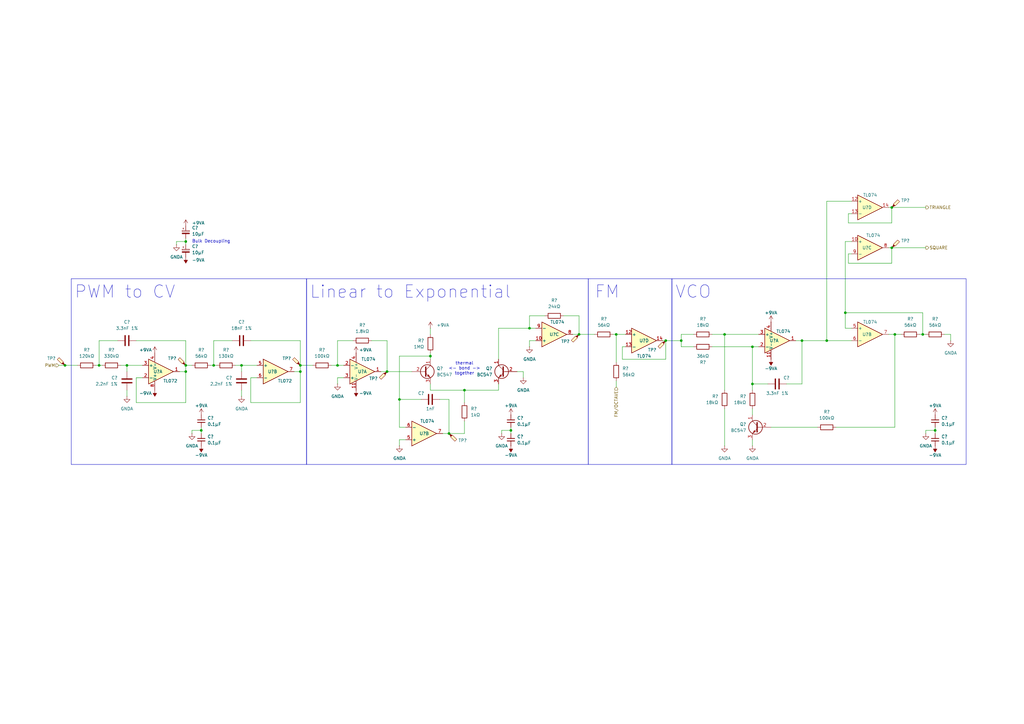
<source format=kicad_sch>
(kicad_sch (version 20231120) (generator "eeschema") (generator_version "8.0")
  (paper "A3")
  (lib_symbols
    (symbol "Amplifier_Operational:TL072" (pin_names (offset 0.127))
      (property "Reference" "U" (at 0 5.08 0))
      (property "Value" "TL072" (at 0 -5.08 0))
      (symbol "TL072_1_1"
        (polyline (pts (xy -5.08 5.08) (xy 5.08 0) (xy -5.08 -5.08) (xy -5.08 5.08)) (stroke (width 0.254)) (fill (type background)))
        (pin output line (at 7.62 0 180) (length 2.54) (name "~") (number "1"))
        (pin input line (at -7.62 -2.54 0) (length 2.54) (name "-") (number "2"))
        (pin input line (at -7.62 2.54 0) (length 2.54) (name "+") (number "3"))
      )
      (symbol "TL072_2_1"
        (polyline (pts (xy -5.08 5.08) (xy 5.08 0) (xy -5.08 -5.08) (xy -5.08 5.08)) (stroke (width 0.254)) (fill (type background)))
        (pin input line (at -7.62 2.54 0) (length 2.54) (name "+") (number "5"))
        (pin input line (at -7.62 -2.54 0) (length 2.54) (name "-") (number "6"))
        (pin output line (at 7.62 0 180) (length 2.54) (name "~") (number "7"))
      )
      (symbol "TL072_3_1"
        (pin power_in line (at -2.54 -7.62 90) (length 3.81) (name "V-") (number "4"))
        (pin power_in line (at -2.54 7.62 270) (length 3.81) (name "V+") (number "8"))
      )
    )
    (symbol "Amplifier_Operational:TL074" (pin_names (offset 0.127))
      (property "Reference" "U" (at 0 5.08 0))
      (property "Value" "TL074" (at 0 -5.08 0))
      (symbol "TL074_1_1"
        (polyline (pts (xy -5.08 5.08) (xy 5.08 0) (xy -5.08 -5.08) (xy -5.08 5.08)) (stroke (width 0.254)) (fill (type background)))
        (pin output line (at 7.62 0 180) (length 2.54) (name "~") (number "1"))
        (pin input line (at -7.62 -2.54 0) (length 2.54) (name "-") (number "2"))
        (pin input line (at -7.62 2.54 0) (length 2.54) (name "+") (number "3"))
      )
      (symbol "TL074_2_1"
        (polyline (pts (xy -5.08 5.08) (xy 5.08 0) (xy -5.08 -5.08) (xy -5.08 5.08)) (stroke (width 0.254)) (fill (type background)))
        (pin input line (at -7.62 2.54 0) (length 2.54) (name "+") (number "5"))
        (pin input line (at -7.62 -2.54 0) (length 2.54) (name "-") (number "6"))
        (pin output line (at 7.62 0 180) (length 2.54) (name "~") (number "7"))
      )
      (symbol "TL074_3_1"
        (polyline (pts (xy -5.08 5.08) (xy 5.08 0) (xy -5.08 -5.08) (xy -5.08 5.08)) (stroke (width 0.254)) (fill (type background)))
        (pin input line (at -7.62 2.54 0) (length 2.54) (name "+") (number "10"))
        (pin output line (at 7.62 0 180) (length 2.54) (name "~") (number "8"))
        (pin input line (at -7.62 -2.54 0) (length 2.54) (name "-") (number "9"))
      )
      (symbol "TL074_4_1"
        (polyline (pts (xy -5.08 5.08) (xy 5.08 0) (xy -5.08 -5.08) (xy -5.08 5.08)) (stroke (width 0.254)) (fill (type background)))
        (pin input line (at -7.62 2.54 0) (length 2.54) (name "+") (number "12"))
        (pin input line (at -7.62 -2.54 0) (length 2.54) (name "-") (number "13"))
        (pin output line (at 7.62 0 180) (length 2.54) (name "~") (number "14"))
      )
      (symbol "TL074_5_1"
        (pin power_in line (at -2.54 -7.62 90) (length 3.81) (name "V-") (number "11"))
        (pin power_in line (at -2.54 7.62 270) (length 3.81) (name "V+") (number "4"))
      )
    )
    (symbol "Connector:TestPoint_Probe" (pin_numbers hide) (pin_names (offset 0.762) hide)
      (property "Reference" "TP" (at 1.651 5.842 0))
      (property "Value" "TestPoint_Probe" (at 1.651 4.064 0))
      (symbol "TestPoint_Probe_0_1"
        (polyline (pts (xy 1.27 0.762) (xy 0 0) (xy 0.762 1.27) (xy 1.27 0.762)) (fill (type outline)))
        (polyline (pts (xy 1.397 0.635) (xy 0.635 1.397) (xy 2.413 3.175) (xy 3.175 2.413) (xy 1.397 0.635)) (fill (type background)))
      )
      (symbol "TestPoint_Probe_1_1"
        (pin passive line (at 0 0 90) (length 0) (name "1") (number "1"))
      )
    )
    (symbol "Device:C" (pin_numbers hide) (pin_names (offset 0.254))
      (property "Reference" "C" (at 0.635 2.54 0))
      (property "Value" "C" (at 0.635 -2.54 0))
      (symbol "C_0_1"
        (polyline (pts (xy -2.032 -0.762) (xy 2.032 -0.762)) (stroke (width 0.508)))
        (polyline (pts (xy -2.032 0.762) (xy 2.032 0.762)) (stroke (width 0.508)))
      )
      (symbol "C_1_1"
        (pin passive line (at 0 3.81 270) (length 2.794) (name "~") (number "1"))
        (pin passive line (at 0 -3.81 90) (length 2.794) (name "~") (number "2"))
      )
    )
    (symbol "Device:C_Polarized_Small" (pin_numbers hide) (pin_names (offset 0.254) hide)
      (property "Reference" "C" (at 0.254 1.778 0))
      (property "Value" "C_Polarized_Small" (at 0.254 -2.032 0))
      (symbol "C_Polarized_Small_0_1"
        (rectangle (start -1.524 -0.3048) (end 1.524 -0.6858) (fill (type outline)))
        (rectangle (start -1.524 0.6858) (end 1.524 0.3048))
        (polyline (pts (xy -1.27 1.524) (xy -0.762 1.524)))
        (polyline (pts (xy -1.016 1.27) (xy -1.016 1.778)))
      )
      (symbol "C_Polarized_Small_1_1"
        (pin passive line (at 0 2.54 270) (length 1.8542) (name "~") (number "1"))
        (pin passive line (at 0 -2.54 90) (length 1.8542) (name "~") (number "2"))
      )
    )
    (symbol "Device:C_Small" (pin_numbers hide) (pin_names (offset 0.254) hide)
      (property "Reference" "C" (at 0.254 1.778 0))
      (property "Value" "C_Small" (at 0.254 -2.032 0))
      (symbol "C_Small_0_1"
        (polyline (pts (xy -1.524 -0.508) (xy 1.524 -0.508)) (stroke (width 0.3302)))
        (polyline (pts (xy -1.524 0.508) (xy 1.524 0.508)) (stroke (width 0.3048)))
      )
      (symbol "C_Small_1_1"
        (pin passive line (at 0 2.54 270) (length 2.032) (name "~") (number "1"))
        (pin passive line (at 0 -2.54 90) (length 2.032) (name "~") (number "2"))
      )
    )
    (symbol "Device:R" (pin_numbers hide) (pin_names (offset 0))
      (property "Reference" "R" (at 2.032 0 90))
      (property "Value" "R" (at 0 0 90))
      (symbol "R_0_1"
        (rectangle (start -1.016 -2.54) (end 1.016 2.54) (stroke (width 0.254)))
      )
      (symbol "R_1_1"
        (pin passive line (at 0 3.81 270) (length 1.27) (name "~") (number "1"))
        (pin passive line (at 0 -3.81 90) (length 1.27) (name "~") (number "2"))
      )
    )
    (symbol "Transistor_BJT:BC547" (pin_names (offset 0) hide)
      (property "Reference" "Q" (at 5.08 1.905 0))
      (property "Value" "BC547" (at 5.08 0 0))
      (symbol "BC547_0_1"
        (polyline (pts (xy 0 0) (xy 0.635 0)))
        (polyline (pts (xy 0.635 0.635) (xy 2.54 2.54)))
        (polyline (pts (xy 0.635 -0.635) (xy 2.54 -2.54) (xy 2.54 -2.54)))
        (polyline (pts (xy 0.635 1.905) (xy 0.635 -1.905) (xy 0.635 -1.905)) (stroke (width 0.508)))
        (polyline (pts (xy 1.27 -1.778) (xy 1.778 -1.27) (xy 2.286 -2.286) (xy 1.27 -1.778) (xy 1.27 -1.778)) (fill (type outline)))
        (circle (center 1.27 0) (radius 2.8194) (stroke (width 0.254)))
      )
      (symbol "BC547_1_1"
        (pin passive line (at 2.54 5.08 270) (length 2.54) (name "C") (number "1"))
        (pin input line (at -5.08 0 0) (length 5.08) (name "B") (number "2"))
        (pin passive line (at 2.54 -5.08 90) (length 2.54) (name "E") (number "3"))
      )
    )
    (symbol "power:+9VA" (power) (pin_numbers hide) (pin_names (offset 0) hide)
      (property "Value" "+9VA" (at 0 3.556 0))
      (symbol "+9VA_0_1"
        (polyline (pts (xy -0.762 1.27) (xy 0 2.54)))
        (polyline (pts (xy 0 0) (xy 0 2.54)))
        (polyline (pts (xy 0 2.54) (xy 0.762 1.27)))
      )
      (symbol "+9VA_1_1"
        (pin power_in line (at 0 0 90) (length 0) (name "~") (number "1"))
      )
    )
    (symbol "power:-9VA" (power) (pin_numbers hide) (pin_names (offset 0) hide)
      (property "Value" "-9VA" (at 0 3.556 0))
      (symbol "-9VA_0_1"
        (polyline (pts (xy 0 0) (xy 0 2.54)))
        (polyline (pts (xy 0.762 1.27) (xy -0.762 1.27) (xy 0 2.54) (xy 0.762 1.27)) (fill (type outline)))
      )
      (symbol "-9VA_1_1"
        (pin power_in line (at 0 0 90) (length 0) (name "~") (number "1"))
      )
    )
    (symbol "power:GNDA" (power) (pin_numbers hide) (pin_names (offset 0) hide)
      (property "Value" "GNDA" (at 0 -3.81 0))
      (symbol "GNDA_0_1"
        (polyline (pts (xy 0 0) (xy 0 -1.27) (xy 1.27 -1.27) (xy 0 -2.54) (xy -1.27 -1.27) (xy 0 -1.27)))
      )
      (symbol "GNDA_1_1"
        (pin power_in line (at 0 0 270) (length 0) (name "~") (number "1"))
      )
    )
  )
  (junction (at 217.17 134.62))
  (junction (at 308.61 142.24))
  (junction (at 176.53 146.05))
  (junction (at 123.19 152.4))
  (junction (at 273.05 139.7))
  (junction (at 138.43 149.86))
  (junction (at 184.15 177.8))
  (junction (at 237.49 137.16))
  (junction (at 383.54 176.53))
  (junction (at 209.55 176.53))
  (junction (at 378.46 137.16))
  (junction (at 190.5 160.02))
  (junction (at 367.03 137.16))
  (junction (at 76.2 99.06))
  (junction (at 76.2 149.86))
  (junction (at 297.18 137.16))
  (junction (at 308.61 157.48))
  (junction (at 252.73 137.16))
  (junction (at 158.75 152.4))
  (junction (at 328.93 139.7))
  (junction (at 82.55 176.53))
  (junction (at 76.2 152.4))
  (junction (at 365.76 85.09))
  (junction (at 163.83 163.83))
  (junction (at 26.67 149.86))
  (junction (at 123.19 149.86))
  (junction (at 279.4 139.7))
  (junction (at 87.63 149.86))
  (junction (at 52.07 149.86))
  (junction (at 40.64 149.86))
  (junction (at 339.09 139.7))
  (junction (at 99.06 149.86))
  (junction (at 365.76 101.6))
  (junction (at 346.71 128.27))
  (wire (pts (xy 346.71 134.62) (xy 349.25 134.62)))
  (wire (pts (xy 378.46 137.16) (xy 378.46 128.27)))
  (wire (pts (xy 176.53 146.05) (xy 163.83 146.05)))
  (wire (pts (xy 172.72 163.83) (xy 163.83 163.83)))
  (wire (pts (xy 99.06 149.86) (xy 99.06 152.4)))
  (wire (pts (xy 379.73 176.53) (xy 383.54 176.53)))
  (wire (pts (xy 72.39 99.06) (xy 76.2 99.06)))
  (wire (pts (xy 52.07 160.02) (xy 52.07 162.56)))
  (wire (pts (xy 176.53 134.62) (xy 176.53 137.16)))
  (wire (pts (xy 237.49 129.54) (xy 231.14 129.54)))
  (wire (pts (xy 328.93 139.7) (xy 328.93 157.48)))
  (wire (pts (xy 364.49 137.16) (xy 367.03 137.16)))
  (wire (pts (xy 339.09 139.7) (xy 339.09 82.55)))
  (wire (pts (xy 181.61 177.8) (xy 184.15 177.8)))
  (wire (pts (xy 102.87 154.94) (xy 102.87 165.1)))
  (wire (pts (xy 346.71 128.27) (xy 346.71 134.62)))
  (wire (pts (xy 138.43 154.94) (xy 138.43 157.48)))
  (wire (pts (xy 292.1 137.16) (xy 297.18 137.16)))
  (wire (pts (xy 176.53 160.02) (xy 190.5 160.02)))
  (wire (pts (xy 279.4 142.24) (xy 284.48 142.24)))
  (wire (pts (xy 135.89 149.86) (xy 138.43 149.86)))
  (wire (pts (xy 219.71 134.62) (xy 217.17 134.62)))
  (wire (pts (xy 123.19 165.1) (xy 123.19 152.4)))
  (wire (pts (xy 138.43 154.94) (xy 140.97 154.94)))
  (wire (pts (xy 138.43 139.7) (xy 138.43 149.86)))
  (wire (pts (xy 40.64 149.86) (xy 41.91 149.86)))
  (wire (pts (xy 163.83 175.26) (xy 166.37 175.26)))
  (wire (pts (xy 176.53 146.05) (xy 176.53 147.32)))
  (wire (pts (xy 297.18 137.16) (xy 311.15 137.16)))
  (wire (pts (xy 378.46 137.16) (xy 379.73 137.16)))
  (wire (pts (xy 279.4 137.16) (xy 279.4 139.7)))
  (wire (pts (xy 184.15 163.83) (xy 184.15 177.8)))
  (wire (pts (xy 217.17 134.62) (xy 204.47 134.62)))
  (wire (pts (xy 102.87 165.1) (xy 123.19 165.1)))
  (wire (pts (xy 102.87 139.7) (xy 123.19 139.7)))
  (wire (pts (xy 87.63 149.86) (xy 88.9 149.86)))
  (wire (pts (xy 190.5 160.02) (xy 190.5 165.1)))
  (wire (pts (xy 389.89 139.7) (xy 389.89 137.16)))
  (wire (pts (xy 271.78 139.7) (xy 273.05 139.7)))
  (wire (pts (xy 255.27 147.32) (xy 255.27 142.24)))
  (wire (pts (xy 292.1 142.24) (xy 308.61 142.24)))
  (wire (pts (xy 311.15 142.24) (xy 308.61 142.24)))
  (wire (pts (xy 316.23 175.26) (xy 335.28 175.26)))
  (wire (pts (xy 78.74 176.53) (xy 82.55 176.53)))
  (wire (pts (xy 252.73 137.16) (xy 256.54 137.16)))
  (wire (pts (xy 284.48 137.16) (xy 279.4 137.16)))
  (wire (pts (xy 72.39 100.33) (xy 72.39 99.06)))
  (wire (pts (xy 214.63 152.4) (xy 214.63 154.94)))
  (wire (pts (xy 367.03 175.26) (xy 367.03 137.16)))
  (wire (pts (xy 273.05 147.32) (xy 255.27 147.32)))
  (wire (pts (xy 205.74 176.53) (xy 209.55 176.53)))
  (wire (pts (xy 76.2 152.4) (xy 76.2 165.1)))
  (wire (pts (xy 308.61 157.48) (xy 308.61 142.24)))
  (wire (pts (xy 378.46 137.16) (xy 377.19 137.16)))
  (wire (pts (xy 223.52 129.54) (xy 217.17 129.54)))
  (wire (pts (xy 339.09 82.55) (xy 349.25 82.55)))
  (wire (pts (xy 237.49 137.16) (xy 237.49 129.54)))
  (wire (pts (xy 383.54 175.26) (xy 383.54 176.53)))
  (wire (pts (xy 347.98 91.44) (xy 365.76 91.44)))
  (wire (pts (xy 99.06 160.02) (xy 99.06 162.56)))
  (wire (pts (xy 297.18 137.16) (xy 297.18 160.02)))
  (wire (pts (xy 82.55 176.53) (xy 82.55 177.8)))
  (wire (pts (xy 78.74 177.8) (xy 78.74 176.53)))
  (wire (pts (xy 234.95 137.16) (xy 237.49 137.16)))
  (wire (pts (xy 204.47 134.62) (xy 204.47 147.32)))
  (wire (pts (xy 40.64 149.86) (xy 39.37 149.86)))
  (wire (pts (xy 76.2 139.7) (xy 76.2 149.86)))
  (wire (pts (xy 347.98 87.63) (xy 349.25 87.63)))
  (wire (pts (xy 378.46 128.27) (xy 346.71 128.27)))
  (wire (pts (xy 205.74 177.8) (xy 205.74 176.53)))
  (wire (pts (xy 190.5 160.02) (xy 204.47 160.02)))
  (wire (pts (xy 217.17 129.54) (xy 217.17 134.62)))
  (wire (pts (xy 123.19 149.86) (xy 123.19 152.4)))
  (wire (pts (xy 365.76 101.6) (xy 365.76 107.95)))
  (wire (pts (xy 383.54 176.53) (xy 383.54 177.8)))
  (wire (pts (xy 166.37 180.34) (xy 163.83 180.34)))
  (wire (pts (xy 217.17 139.7) (xy 217.17 142.24)))
  (wire (pts (xy 49.53 149.86) (xy 52.07 149.86)))
  (wire (pts (xy 328.93 139.7) (xy 339.09 139.7)))
  (wire (pts (xy 76.2 149.86) (xy 78.74 149.86)))
  (wire (pts (xy 76.2 99.06) (xy 76.2 100.33)))
  (wire (pts (xy 273.05 139.7) (xy 279.4 139.7)))
  (wire (pts (xy 209.55 175.26) (xy 209.55 176.53)))
  (wire (pts (xy 308.61 170.18) (xy 308.61 167.64)))
  (wire (pts (xy 76.2 149.86) (xy 76.2 152.4)))
  (wire (pts (xy 204.47 160.02) (xy 204.47 157.48)))
  (wire (pts (xy 308.61 180.34) (xy 308.61 182.88)))
  (wire (pts (xy 273.05 139.7) (xy 273.05 147.32)))
  (wire (pts (xy 123.19 152.4) (xy 120.65 152.4)))
  (wire (pts (xy 308.61 157.48) (xy 314.96 157.48)))
  (wire (pts (xy 95.25 139.7) (xy 87.63 139.7)))
  (wire (pts (xy 73.66 152.4) (xy 76.2 152.4)))
  (wire (pts (xy 99.06 149.86) (xy 105.41 149.86)))
  (wire (pts (xy 123.19 149.86) (xy 128.27 149.86)))
  (wire (pts (xy 255.27 142.24) (xy 256.54 142.24)))
  (wire (pts (xy 365.76 101.6) (xy 379.73 101.6)))
  (wire (pts (xy 347.98 107.95) (xy 365.76 107.95)))
  (wire (pts (xy 82.55 175.26) (xy 82.55 176.53)))
  (wire (pts (xy 219.71 139.7) (xy 217.17 139.7)))
  (wire (pts (xy 96.52 149.86) (xy 99.06 149.86)))
  (wire (pts (xy 87.63 139.7) (xy 87.63 149.86)))
  (wire (pts (xy 364.49 101.6) (xy 365.76 101.6)))
  (wire (pts (xy 251.46 137.16) (xy 252.73 137.16)))
  (wire (pts (xy 26.67 149.86) (xy 31.75 149.86)))
  (wire (pts (xy 156.21 152.4) (xy 158.75 152.4)))
  (wire (pts (xy 347.98 104.14) (xy 347.98 107.95)))
  (wire (pts (xy 184.15 177.8) (xy 190.5 177.8)))
  (wire (pts (xy 297.18 167.64) (xy 297.18 182.88)))
  (wire (pts (xy 55.88 139.7) (xy 76.2 139.7)))
  (wire (pts (xy 158.75 139.7) (xy 152.4 139.7)))
  (wire (pts (xy 163.83 180.34) (xy 163.83 182.88)))
  (wire (pts (xy 158.75 152.4) (xy 168.91 152.4)))
  (wire (pts (xy 55.88 154.94) (xy 58.42 154.94)))
  (wire (pts (xy 87.63 149.86) (xy 86.36 149.86)))
  (wire (pts (xy 176.53 144.78) (xy 176.53 146.05)))
  (wire (pts (xy 190.5 172.72) (xy 190.5 177.8)))
  (wire (pts (xy 367.03 137.16) (xy 369.57 137.16)))
  (wire (pts (xy 346.71 99.06) (xy 349.25 99.06)))
  (wire (pts (xy 144.78 139.7) (xy 138.43 139.7)))
  (wire (pts (xy 76.2 97.79) (xy 76.2 99.06)))
  (wire (pts (xy 342.9 175.26) (xy 367.03 175.26)))
  (wire (pts (xy 308.61 160.02) (xy 308.61 157.48)))
  (wire (pts (xy 326.39 139.7) (xy 328.93 139.7)))
  (wire (pts (xy 212.09 152.4) (xy 214.63 152.4)))
  (wire (pts (xy 52.07 149.86) (xy 58.42 149.86)))
  (wire (pts (xy 138.43 149.86) (xy 140.97 149.86)))
  (wire (pts (xy 163.83 163.83) (xy 163.83 175.26)))
  (wire (pts (xy 105.41 154.94) (xy 102.87 154.94)))
  (wire (pts (xy 55.88 165.1) (xy 55.88 154.94)))
  (wire (pts (xy 24.13 149.86) (xy 26.67 149.86)))
  (wire (pts (xy 252.73 156.21) (xy 252.73 158.75)))
  (wire (pts (xy 48.26 139.7) (xy 40.64 139.7)))
  (wire (pts (xy 52.07 149.86) (xy 52.07 152.4)))
  (wire (pts (xy 163.83 146.05) (xy 163.83 163.83)))
  (wire (pts (xy 328.93 157.48) (xy 322.58 157.48)))
  (wire (pts (xy 387.35 137.16) (xy 389.89 137.16)))
  (wire (pts (xy 76.2 165.1) (xy 55.88 165.1)))
  (wire (pts (xy 237.49 137.16) (xy 243.84 137.16)))
  (wire (pts (xy 158.75 139.7) (xy 158.75 152.4)))
  (wire (pts (xy 339.09 139.7) (xy 349.25 139.7)))
  (wire (pts (xy 347.98 87.63) (xy 347.98 91.44)))
  (wire (pts (xy 364.49 85.09) (xy 365.76 85.09)))
  (wire (pts (xy 123.19 139.7) (xy 123.19 149.86)))
  (wire (pts (xy 180.34 163.83) (xy 184.15 163.83)))
  (wire (pts (xy 209.55 176.53) (xy 209.55 177.8)))
  (wire (pts (xy 252.73 137.16) (xy 252.73 148.59)))
  (wire (pts (xy 279.4 139.7) (xy 279.4 142.24)))
  (wire (pts (xy 379.73 177.8) (xy 379.73 176.53)))
  (wire (pts (xy 346.71 99.06) (xy 346.71 128.27)))
  (wire (pts (xy 365.76 91.44) (xy 365.76 85.09)))
  (wire (pts (xy 347.98 104.14) (xy 349.25 104.14)))
  (wire (pts (xy 40.64 139.7) (xy 40.64 149.86)))
  (wire (pts (xy 176.53 157.48) (xy 176.53 160.02)))
  (wire (pts (xy 365.76 85.09) (xy 379.73 85.09)))
  (rectangle (start 125.73 114.3) (end 241.3 190.5))
  (rectangle (start 275.59 114.3) (end 396.24 190.5))
  (rectangle (start 241.3 114.3) (end 275.59 190.5))
  (rectangle (start 29.21 114.3) (end 125.73 190.5))
  (text "VCO" (at 276.86 116.84 0) (effects (font (size 5.08 5.08)) (justify left top)))
  (text "PWM to CV" (at 30.48 116.84 0) (effects (font (size 5.08 5.08)) (justify left top)))
  (text "thermal\n<- bond ->\ntogether" (at 190.5 151.13 0) (effects (font (size 1.27 1.27))))
  (text "FM" (at 243.84 116.84 0) (effects (font (size 5.08 5.08)) (justify left top)))
  (text "Bulk Decoupling" (at 78.74 99.06 0) (effects (font (size 1.27 1.27)) (justify left)))
  (text "Linear to Exponential" (at 127 116.84 0) (effects (font (size 5.08 5.08)) (justify left top)))
  (hierarchical_label "PWM" (shape input) (at 24.13 149.86 180))
  (hierarchical_label "SQUARE" (shape output) (at 379.73 101.6 0))
  (hierarchical_label "FM{slash}OCTAVE" (shape input) (at 252.73 158.75 270))
  (hierarchical_label "TRIANGLE" (shape output) (at 379.73 85.09 0))
  (symbol (lib_id "power:GNDA") (at 163.83 182.88 0) (unit 1)
    (property "Reference" "#PWR?" (effects (hide yes)))
    (property "Value" "GNDA" (at 163.83 187.96 0))
    (property "Description" "Power symbol creates a global label with name \"GNDA\" , analog ground" (effects (hide yes)))
  )
  (symbol (lib_id "Device:C_Small") (at 383.54 180.34 0) (unit 1)
    (property "Reference" "C?" (at 386.08 179.0762 0) (effects (justify left)))
    (property "Value" "0.1µF" (at 386.08 181.6162 0) (effects (justify left)))
    (property "Description" "Unpolarized capacitor, small symbol" (effects (hide yes)))
  )
  (symbol (lib_id "Connector:TestPoint_Probe") (at 237.49 137.16 180) (unit 1)
    (property "Reference" "TP?" (at 233.68 140.0176 0) (effects (justify left)))
    (property "Value" "TestPoint_Probe" (effects (hide yes)))
    (property "Description" "test point (alternative probe-style design)" (effects (hide yes)))
  )
  (symbol (lib_id "Device:R") (at 297.18 163.83 0) (mirror y) (unit 1)
    (property "Reference" "R?" (at 294.64 162.5599 0) (effects (justify left)))
    (property "Value" "18kΩ" (at 294.64 165.0999 0) (effects (justify left)))
    (property "Description" "Resistor" (effects (hide yes)))
  )
  (symbol (lib_id "power:GNDA") (at 379.73 177.8 0) (unit 1)
    (property "Reference" "#PWR?" (effects (hide yes)))
    (property "Value" "GNDA" (at 379.73 182.88 0))
    (property "Description" "Power symbol creates a global label with name \"GNDA\" , analog ground" (effects (hide yes)))
  )
  (symbol (lib_id "Device:R") (at 308.61 163.83 0) (mirror y) (unit 1)
    (property "Reference" "R?" (at 306.07 162.5599 0) (effects (justify left)))
    (property "Value" "18kΩ" (at 306.07 165.0999 0) (effects (justify left)))
    (property "Description" "Resistor" (effects (hide yes)))
  )
  (symbol (lib_id "Device:C_Polarized_Small") (at 76.2 102.87 0) (unit 1)
    (property "Reference" "C?" (at 78.74 101.0538 0) (effects (justify left)))
    (property "Value" "10µF" (at 78.74 103.5938 0) (effects (justify left)))
    (property "Description" "Polarized capacitor, small symbol" (effects (hide yes)))
  )
  (symbol (lib_id "Transistor_BJT:BC547") (at 207.01 152.4 0) (mirror y) (unit 1)
    (property "Reference" "Q?" (at 201.93 151.1299 0) (effects (justify left)))
    (property "Value" "BC547" (at 201.93 153.6699 0) (effects (justify left)))
    (property "Footprint" "Package_TO_SOT_THT:TO-92_Inline" (effects (hide yes)))
    (property "Datasheet" "https://www.onsemi.com/pub/Collateral/BC550-D.pdf" (effects (hide yes)))
    (property "Description" "0.1A Ic, 45V Vce, Small Signal NPN Transistor, TO-92" (effects (hide yes)))
  )
  (symbol (lib_id "power:+9VA") (at 82.55 170.18 0) (unit 1)
    (property "Reference" "#PWR?" (effects (hide yes)))
    (property "Value" "+9VA" (at 82.55 166.37 0))
    (property "Description" "Power symbol creates a global label with name \"+9VA\"" (effects (hide yes)))
  )
  (symbol (lib_id "Amplifier_Operational:TL072") (at 113.03 152.4 0) (unit 2)
    (property "Reference" "U?" (at 111.76 152.4 0))
    (property "Value" "TL072" (at 116.84 156.21 0))
    (property "Datasheet" "http://www.ti.com/lit/ds/symlink/tl071.pdf" (effects (hide yes)))
    (property "Description" "Dual Low-Noise JFET-Input Operational Amplifiers, DIP-8/SOIC-8" (effects (hide yes)))
  )
  (symbol (lib_id "power:+9VA") (at 146.05 144.78 0) (mirror y) (unit 1)
    (property "Reference" "#PWR?" (effects (hide yes)))
    (property "Value" "+9VA" (at 149.86 143.51 0))
    (property "Description" "Power symbol creates a global label with name \"+9VA\"" (effects (hide yes)))
  )
  (symbol (lib_id "Transistor_BJT:BC547") (at 173.99 152.4 0) (unit 1)
    (property "Reference" "Q?" (at 179.07 151.1299 0) (effects (justify left)))
    (property "Value" "BC547" (at 179.07 153.6699 0) (effects (justify left)))
    (property "Footprint" "Package_TO_SOT_THT:TO-92_Inline" (effects (hide yes)))
    (property "Datasheet" "https://www.onsemi.com/pub/Collateral/BC550-D.pdf" (effects (hide yes)))
    (property "Description" "0.1A Ic, 45V Vce, Small Signal NPN Transistor, TO-92" (effects (hide yes)))
  )
  (symbol (lib_id "power:GNDA") (at 99.06 162.56 0) (unit 1)
    (property "Reference" "#PWR?" (effects (hide yes)))
    (property "Value" "GNDA" (at 99.06 167.64 0))
    (property "Description" "Power symbol creates a global label with name \"GNDA\" , analog ground" (effects (hide yes)))
  )
  (symbol (lib_id "power:+9VA") (at 76.2 92.71 0) (unit 1)
    (property "Reference" "#PWR?" (effects (hide yes)))
    (property "Value" "+9VA" (at 78.74 91.4399 0) (effects (justify left)))
    (property "Description" "Power symbol creates a global label with name \"+9VA\"" (effects (hide yes)))
  )
  (symbol (lib_id "power:GNDA") (at 138.43 157.48 0) (unit 1)
    (property "Reference" "#PWR?" (effects (hide yes)))
    (property "Value" "GNDA" (at 138.43 162.56 0))
    (property "Description" "Power symbol creates a global label with name \"GNDA\" , analog ground" (effects (hide yes)))
  )
  (symbol (lib_id "Transistor_BJT:BC547") (at 311.15 175.26 0) (mirror y) (unit 1)
    (property "Reference" "Q?" (at 306.07 173.9899 0) (effects (justify left)))
    (property "Value" "BC547" (at 306.07 176.5299 0) (effects (justify left)))
    (property "Footprint" "Package_TO_SOT_THT:TO-92_Inline" (effects (hide yes)))
    (property "Datasheet" "https://www.onsemi.com/pub/Collateral/BC550-D.pdf" (effects (hide yes)))
    (property "Description" "0.1A Ic, 45V Vce, Small Signal NPN Transistor, TO-92" (effects (hide yes)))
  )
  (symbol (lib_id "Device:C_Small") (at 209.55 172.72 0) (unit 1)
    (property "Reference" "C?" (at 212.09 171.4562 0) (effects (justify left)))
    (property "Value" "0.1µF" (at 212.09 173.9962 0) (effects (justify left)))
    (property "Description" "Unpolarized capacitor, small symbol" (effects (hide yes)))
  )
  (symbol (lib_id "Device:R") (at 288.29 142.24 90) (mirror x) (unit 1)
    (property "Reference" "R?" (at 288.29 148.59 90))
    (property "Value" "36kΩ" (at 288.29 146.05 90))
    (property "Description" "Resistor" (effects (hide yes)))
  )
  (symbol (lib_id "power:GNDA") (at 52.07 162.56 0) (unit 1)
    (property "Reference" "#PWR?" (effects (hide yes)))
    (property "Value" "GNDA" (at 52.07 167.64 0))
    (property "Description" "Power symbol creates a global label with name \"GNDA\" , analog ground" (effects (hide yes)))
  )
  (symbol (lib_id "Device:R") (at 252.73 152.4 0) (unit 1)
    (property "Reference" "R?" (at 255.27 151.1299 0) (effects (justify left)))
    (property "Value" "56kΩ" (at 255.27 153.6699 0) (effects (justify left)))
    (property "Description" "Resistor" (effects (hide yes)))
  )
  (symbol (lib_id "Amplifier_Operational:TL074") (at 264.16 139.7 0) (unit 4)
    (property "Reference" "U?" (at 264.16 139.7 0))
    (property "Value" "TL074" (at 264.16 146.05 0))
    (property "Datasheet" "http://www.ti.com/lit/ds/symlink/tl071.pdf" (effects (hide yes)))
    (property "Description" "Quad Low-Noise JFET-Input Operational Amplifiers, DIP-14/SOIC-14" (effects (hide yes)))
  )
  (symbol (lib_id "Amplifier_Operational:TL074") (at 356.87 85.09 0) (unit 4)
    (property "Reference" "U?" (at 355.6 85.09 0))
    (property "Value" "TL074" (at 356.87 80.01 0))
    (property "Datasheet" "http://www.ti.com/lit/ds/symlink/tl071.pdf" (effects (hide yes)))
    (property "Description" "Quad Low-Noise JFET-Input Operational Amplifiers, DIP-14/SOIC-14" (effects (hide yes)))
  )
  (symbol (lib_id "power:-9VA") (at 209.55 182.88 180) (unit 1)
    (property "Reference" "#PWR?" (effects (hide yes)))
    (property "Value" "-9VA" (at 209.55 186.69 0))
    (property "Description" "Power symbol creates a global label with name \"-9VA\"" (effects (hide yes)))
  )
  (symbol (lib_id "Device:C") (at 99.06 156.21 0) (unit 1)
    (property "Reference" "C?" (at 95.25 154.9399 0) (effects (justify right)))
    (property "Value" "2.2nF 1%" (at 95.25 157.4799 0) (effects (justify right)))
    (property "Description" "Unpolarized capacitor" (effects (hide yes)))
  )
  (symbol (lib_id "Amplifier_Operational:TL072") (at 66.04 152.4 0) (mirror x) (unit 3)
    (property "Reference" "U?" (effects (hide yes)))
    (property "Value" "TL072" (effects (hide yes)))
    (property "Datasheet" "http://www.ti.com/lit/ds/symlink/tl071.pdf" (effects (hide yes)))
    (property "Description" "Dual Low-Noise JFET-Input Operational Amplifiers, DIP-8/SOIC-8" (effects (hide yes)))
  )
  (symbol (lib_id "Device:R") (at 82.55 149.86 90) (unit 1)
    (property "Reference" "R?" (at 82.55 143.51 90))
    (property "Value" "56kΩ" (at 82.55 146.05 90))
    (property "Description" "Resistor" (effects (hide yes)))
  )
  (symbol (lib_id "Connector:TestPoint_Probe") (at 184.15 177.8 0) (mirror x) (unit 1)
    (property "Reference" "TP?" (at 187.96 180.6576 0) (effects (justify left)))
    (property "Value" "TestPoint_Probe" (effects (hide yes)))
    (property "Description" "test point (alternative probe-style design)" (effects (hide yes)))
  )
  (symbol (lib_id "Amplifier_Operational:TL074") (at 227.33 137.16 0) (mirror x) (unit 3)
    (property "Reference" "U?" (at 227.33 137.16 0))
    (property "Value" "TL074" (at 228.6 132.08 0))
    (property "Datasheet" "http://www.ti.com/lit/ds/symlink/tl071.pdf" (effects (hide yes)))
    (property "Description" "Quad Low-Noise JFET-Input Operational Amplifiers, DIP-14/SOIC-14" (effects (hide yes)))
  )
  (symbol (lib_id "Device:C_Small") (at 82.55 180.34 0) (unit 1)
    (property "Reference" "C?" (at 85.09 179.0762 0) (effects (justify left)))
    (property "Value" "0.1µF" (at 85.09 181.6162 0) (effects (justify left)))
    (property "Description" "Unpolarized capacitor, small symbol" (effects (hide yes)))
  )
  (symbol (lib_id "Connector:TestPoint_Probe") (at 158.75 152.4 180) (unit 1)
    (property "Reference" "TP?" (at 154.94 155.2576 0) (effects (justify left)))
    (property "Value" "TestPoint_Probe" (effects (hide yes)))
    (property "Description" "test point (alternative probe-style design)" (effects (hide yes)))
  )
  (symbol (lib_id "Device:R") (at 45.72 149.86 90) (unit 1)
    (property "Reference" "R?" (at 45.72 143.51 90))
    (property "Value" "330kΩ" (at 45.72 146.05 90))
    (property "Description" "Resistor" (effects (hide yes)))
  )
  (symbol (lib_id "Amplifier_Operational:TL074") (at 356.87 101.6 0) (unit 3)
    (property "Reference" "U?" (at 355.6 101.6 0))
    (property "Value" "TL074" (at 358.14 96.52 0))
    (property "Datasheet" "http://www.ti.com/lit/ds/symlink/tl071.pdf" (effects (hide yes)))
    (property "Description" "Quad Low-Noise JFET-Input Operational Amplifiers, DIP-14/SOIC-14" (effects (hide yes)))
  )
  (symbol (lib_id "power:-9VA") (at 76.2 105.41 180) (unit 1)
    (property "Reference" "#PWR?" (effects (hide yes)))
    (property "Value" "-9VA" (at 78.74 106.6799 0) (effects (justify right)))
    (property "Description" "Power symbol creates a global label with name \"-9VA\"" (effects (hide yes)))
  )
  (symbol (lib_id "Amplifier_Operational:TL074") (at 148.59 152.4 0) (mirror x) (unit 1)
    (property "Reference" "U?" (at 148.59 152.4 0))
    (property "Value" "TL074" (at 151.13 147.32 0))
    (property "Datasheet" "http://www.ti.com/lit/ds/symlink/tl071.pdf" (effects (hide yes)))
    (property "Description" "Quad Low-Noise JFET-Input Operational Amplifiers, DIP-14/SOIC-14" (effects (hide yes)))
  )
  (symbol (lib_id "Device:R") (at 373.38 137.16 90) (unit 1)
    (property "Reference" "R?" (at 373.38 130.81 90))
    (property "Value" "56kΩ" (at 373.38 133.35 90))
    (property "Description" "Resistor" (effects (hide yes)))
  )
  (symbol (lib_id "power:-9VA") (at 383.54 182.88 180) (unit 1)
    (property "Reference" "#PWR?" (effects (hide yes)))
    (property "Value" "-9VA" (at 383.54 186.69 0))
    (property "Description" "Power symbol creates a global label with name \"-9VA\"" (effects (hide yes)))
  )
  (symbol (lib_id "Device:R") (at 247.65 137.16 90) (unit 1)
    (property "Reference" "R?" (at 247.65 130.81 90))
    (property "Value" "56kΩ" (at 247.65 133.35 90))
    (property "Description" "Resistor" (effects (hide yes)))
  )
  (symbol (lib_id "Device:C_Polarized_Small") (at 76.2 95.25 0) (unit 1)
    (property "Reference" "C?" (at 78.74 93.4338 0) (effects (justify left)))
    (property "Value" "10µF" (at 78.74 95.9738 0) (effects (justify left)))
    (property "Description" "Polarized capacitor, small symbol" (effects (hide yes)))
  )
  (symbol (lib_id "Connector:TestPoint_Probe") (at 76.2 149.86 0) (mirror y) (unit 1)
    (property "Reference" "TP?" (at 72.39 147.0024 0) (effects (justify left)))
    (property "Value" "TestPoint_Probe" (effects (hide yes)))
    (property "Description" "test point (alternative probe-style design)" (effects (hide yes)))
  )
  (symbol (lib_id "Amplifier_Operational:TL072") (at 66.04 152.4 0) (unit 1)
    (property "Reference" "U?" (at 64.77 152.4 0))
    (property "Value" "TL072" (at 69.85 156.21 0))
    (property "Datasheet" "http://www.ti.com/lit/ds/symlink/tl071.pdf" (effects (hide yes)))
    (property "Description" "Dual Low-Noise JFET-Input Operational Amplifiers, DIP-8/SOIC-8" (effects (hide yes)))
  )
  (symbol (lib_id "Connector:TestPoint_Probe") (at 26.67 149.86 0) (mirror y) (unit 1)
    (property "Reference" "TP?" (at 22.86 147.0024 0) (effects (justify left)))
    (property "Value" "TestPoint_Probe" (effects (hide yes)))
    (property "Description" "test point (alternative probe-style design)" (effects (hide yes)))
  )
  (symbol (lib_id "power:GNDA") (at 214.63 154.94 0) (unit 1)
    (property "Reference" "#PWR?" (effects (hide yes)))
    (property "Value" "GNDA" (at 214.63 160.02 0))
    (property "Description" "Power symbol creates a global label with name \"GNDA\" , analog ground" (effects (hide yes)))
  )
  (symbol (lib_id "power:+9VA") (at 176.53 134.62 0) (unit 1)
    (property "Reference" "#PWR?" (effects (hide yes)))
    (property "Value" "+9VA" (at 179.07 133.3499 0) (effects (justify left)))
    (property "Description" "Power symbol creates a global label with name \"+9VA\"" (effects (hide yes)))
  )
  (symbol (lib_id "Amplifier_Operational:TL074") (at 173.99 177.8 0) (mirror x) (unit 2)
    (property "Reference" "U?" (at 173.99 177.8 0))
    (property "Value" "TL074" (at 175.26 172.72 0))
    (property "Datasheet" "http://www.ti.com/lit/ds/symlink/tl071.pdf" (effects (hide yes)))
    (property "Description" "Quad Low-Noise JFET-Input Operational Amplifiers, DIP-14/SOIC-14" (effects (hide yes)))
  )
  (symbol (lib_id "Device:R") (at 288.29 137.16 90) (unit 1)
    (property "Reference" "R?" (at 288.29 130.81 90))
    (property "Value" "18kΩ" (at 288.29 133.35 90))
    (property "Description" "Resistor" (effects (hide yes)))
  )
  (symbol (lib_id "power:GNDA") (at 389.89 139.7 0) (unit 1)
    (property "Reference" "#PWR?" (effects (hide yes)))
    (property "Value" "GNDA" (at 389.89 144.78 0))
    (property "Description" "Power symbol creates a global label with name \"GNDA\" , analog ground" (effects (hide yes)))
  )
  (symbol (lib_id "power:-9VA") (at 146.05 160.02 0) (mirror x) (unit 1)
    (property "Reference" "#PWR?" (effects (hide yes)))
    (property "Value" "-9VA" (at 149.86 161.29 0))
    (property "Description" "Power symbol creates a global label with name \"-9VA\"" (effects (hide yes)))
  )
  (symbol (lib_id "Device:R") (at 339.09 175.26 90) (unit 1)
    (property "Reference" "R?" (at 339.09 168.91 90))
    (property "Value" "100kΩ" (at 339.09 171.45 90))
    (property "Description" "Resistor" (effects (hide yes)))
  )
  (symbol (lib_id "power:GNDA") (at 205.74 177.8 0) (unit 1)
    (property "Reference" "#PWR?" (effects (hide yes)))
    (property "Value" "GNDA" (at 205.74 182.88 0))
    (property "Description" "Power symbol creates a global label with name \"GNDA\" , analog ground" (effects (hide yes)))
  )
  (symbol (lib_id "power:-9VA") (at 82.55 182.88 180) (unit 1)
    (property "Reference" "#PWR?" (effects (hide yes)))
    (property "Value" "-9VA" (at 82.55 186.69 0))
    (property "Description" "Power symbol creates a global label with name \"-9VA\"" (effects (hide yes)))
  )
  (symbol (lib_id "power:+9VA") (at 63.5 144.78 0) (unit 1)
    (property "Reference" "#PWR?" (effects (hide yes)))
    (property "Value" "+9VA" (at 59.69 143.51 0))
    (property "Description" "Power symbol creates a global label with name \"+9VA\"" (effects (hide yes)))
  )
  (symbol (lib_id "Device:R") (at 148.59 139.7 90) (unit 1)
    (property "Reference" "R?" (at 148.59 133.35 90))
    (property "Value" "1.8kΩ" (at 148.59 135.89 90))
    (property "Description" "Resistor" (effects (hide yes)))
  )
  (symbol (lib_id "power:+9VA") (at 209.55 170.18 0) (unit 1)
    (property "Reference" "#PWR?" (effects (hide yes)))
    (property "Value" "+9VA" (at 209.55 166.37 0))
    (property "Description" "Power symbol creates a global label with name \"+9VA\"" (effects (hide yes)))
  )
  (symbol (lib_id "Device:R") (at 383.54 137.16 90) (unit 1)
    (property "Reference" "R?" (at 383.54 130.81 90))
    (property "Value" "56kΩ" (at 383.54 133.35 90))
    (property "Description" "Resistor" (effects (hide yes)))
  )
  (symbol (lib_id "power:-9VA") (at 316.23 147.32 180) (unit 1)
    (property "Reference" "#PWR?" (effects (hide yes)))
    (property "Value" "-9VA" (at 316.23 151.13 0))
    (property "Description" "Power symbol creates a global label with name \"-9VA\"" (effects (hide yes)))
  )
  (symbol (lib_id "Amplifier_Operational:TL074") (at 318.77 139.7 0) (unit 5)
    (property "Reference" "U?" (effects (hide yes)))
    (property "Value" "TL074" (effects (hide yes)))
    (property "Datasheet" "http://www.ti.com/lit/ds/symlink/tl071.pdf" (effects (hide yes)))
    (property "Description" "Quad Low-Noise JFET-Input Operational Amplifiers, DIP-14/SOIC-14" (effects (hide yes)))
  )
  (symbol (lib_id "power:-9VA") (at 63.5 160.02 180) (unit 1)
    (property "Reference" "#PWR?" (effects (hide yes)))
    (property "Value" "-9VA" (at 59.69 161.29 0))
    (property "Description" "Power symbol creates a global label with name \"-9VA\"" (effects (hide yes)))
  )
  (symbol (lib_id "Connector:TestPoint_Probe") (at 365.76 101.6 0) (unit 1)
    (property "Reference" "TP?" (at 369.57 98.7424 0) (effects (justify left)))
    (property "Value" "TestPoint_Probe" (effects (hide yes)))
    (property "Description" "test point (alternative probe-style design)" (effects (hide yes)))
  )
  (symbol (lib_id "power:GNDA") (at 217.17 142.24 0) (unit 1)
    (property "Reference" "#PWR?" (effects (hide yes)))
    (property "Value" "GNDA" (at 217.17 147.32 0))
    (property "Description" "Power symbol creates a global label with name \"GNDA\" , analog ground" (effects (hide yes)))
  )
  (symbol (lib_id "Device:C") (at 99.06 139.7 90) (unit 1)
    (property "Reference" "C?" (at 99.06 132.08 90))
    (property "Value" "18nF 1%" (at 99.06 134.62 90))
    (property "Description" "Unpolarized capacitor" (effects (hide yes)))
  )
  (symbol (lib_id "Device:C_Small") (at 383.54 172.72 0) (unit 1)
    (property "Reference" "C?" (at 386.08 171.4562 0) (effects (justify left)))
    (property "Value" "0.1µF" (at 386.08 173.9962 0) (effects (justify left)))
    (property "Description" "Unpolarized capacitor, small symbol" (effects (hide yes)))
  )
  (symbol (lib_id "Amplifier_Operational:TL074") (at 356.87 137.16 0) (unit 2)
    (property "Reference" "U?" (at 355.6 137.16 0))
    (property "Value" "TL074" (at 356.87 132.08 0))
    (property "Datasheet" "http://www.ti.com/lit/ds/symlink/tl071.pdf" (effects (hide yes)))
    (property "Description" "Quad Low-Noise JFET-Input Operational Amplifiers, DIP-14/SOIC-14" (effects (hide yes)))
  )
  (symbol (lib_id "Connector:TestPoint_Probe") (at 123.19 149.86 0) (mirror y) (unit 1)
    (property "Reference" "TP?" (at 119.38 147.0024 0) (effects (justify left)))
    (property "Value" "TestPoint_Probe" (effects (hide yes)))
    (property "Description" "test point (alternative probe-style design)" (effects (hide yes)))
  )
  (symbol (lib_id "Device:R") (at 227.33 129.54 90) (unit 1)
    (property "Reference" "R?" (at 227.33 123.19 90))
    (property "Value" "24kΩ" (at 227.33 125.73 90))
    (property "Description" "Resistor" (effects (hide yes)))
  )
  (symbol (lib_id "power:GNDA") (at 308.61 182.88 0) (unit 1)
    (property "Reference" "#PWR?" (effects (hide yes)))
    (property "Value" "GNDA" (at 308.61 187.96 0))
    (property "Description" "Power symbol creates a global label with name \"GNDA\" , analog ground" (effects (hide yes)))
  )
  (symbol (lib_id "Device:R") (at 190.5 168.91 0) (unit 1)
    (property "Reference" "R?" (at 193.04 167.6399 0) (effects (justify left)))
    (property "Value" "1kΩ" (at 193.04 170.1799 0) (effects (justify left)))
    (property "Description" "Resistor" (effects (hide yes)))
  )
  (symbol (lib_id "power:GNDA") (at 78.74 177.8 0) (unit 1)
    (property "Reference" "#PWR?" (effects (hide yes)))
    (property "Value" "GNDA" (at 78.74 182.88 0))
    (property "Description" "Power symbol creates a global label with name \"GNDA\" , analog ground" (effects (hide yes)))
  )
  (symbol (lib_id "Amplifier_Operational:TL074") (at 318.77 139.7 0) (unit 1)
    (property "Reference" "U?" (at 317.5 139.7 0))
    (property "Value" "TL074" (at 321.31 135.89 0))
    (property "Datasheet" "http://www.ti.com/lit/ds/symlink/tl071.pdf" (effects (hide yes)))
    (property "Description" "Quad Low-Noise JFET-Input Operational Amplifiers, DIP-14/SOIC-14" (effects (hide yes)))
  )
  (symbol (lib_id "Device:C") (at 52.07 139.7 90) (unit 1)
    (property "Reference" "C?" (at 52.07 132.08 90))
    (property "Value" "3.3nF 1%" (at 52.07 134.62 90))
    (property "Description" "Unpolarized capacitor" (effects (hide yes)))
  )
  (symbol (lib_id "Device:C") (at 318.77 157.48 270) (unit 1)
    (property "Reference" "C?" (at 322.58 154.94 90))
    (property "Value" "3.3nF 1%" (at 318.77 161.29 90))
    (property "Description" "Unpolarized capacitor" (effects (hide yes)))
  )
  (symbol (lib_id "Device:C") (at 176.53 163.83 90) (mirror x) (unit 1)
    (property "Reference" "C?" (at 172.72 161.29 90))
    (property "Value" "1nF" (at 176.53 167.64 90))
    (property "Description" "Unpolarized capacitor" (effects (hide yes)))
  )
  (symbol (lib_id "Device:C_Small") (at 82.55 172.72 0) (unit 1)
    (property "Reference" "C?" (at 85.09 171.4562 0) (effects (justify left)))
    (property "Value" "0.1µF" (at 85.09 173.9962 0) (effects (justify left)))
    (property "Description" "Unpolarized capacitor, small symbol" (effects (hide yes)))
  )
  (symbol (lib_id "Device:R") (at 92.71 149.86 90) (unit 1)
    (property "Reference" "R?" (at 92.71 143.51 90))
    (property "Value" "130kΩ" (at 92.71 146.05 90))
    (property "Description" "Resistor" (effects (hide yes)))
  )
  (symbol (lib_id "Device:C") (at 52.07 156.21 0) (unit 1)
    (property "Reference" "C?" (at 48.26 154.9399 0) (effects (justify right)))
    (property "Value" "2.2nF 1%" (at 48.26 157.4799 0) (effects (justify right)))
    (property "Description" "Unpolarized capacitor" (effects (hide yes)))
  )
  (symbol (lib_id "power:+9VA") (at 316.23 132.08 0) (unit 1)
    (property "Reference" "#PWR?" (effects (hide yes)))
    (property "Value" "+9VA" (at 316.23 128.27 0))
    (property "Description" "Power symbol creates a global label with name \"+9VA\"" (effects (hide yes)))
  )
  (symbol (lib_id "Connector:TestPoint_Probe") (at 273.05 139.7 180) (unit 1)
    (property "Reference" "TP?" (at 269.24 143.51 0) (effects (justify left)))
    (property "Value" "TestPoint_Probe" (effects (hide yes)))
    (property "Description" "test point (alternative probe-style design)" (effects (hide yes)))
  )
  (symbol (lib_id "power:GNDA") (at 297.18 182.88 0) (unit 1)
    (property "Reference" "#PWR?" (effects (hide yes)))
    (property "Value" "GNDA" (at 297.18 187.96 0))
    (property "Description" "Power symbol creates a global label with name \"GNDA\" , analog ground" (effects (hide yes)))
  )
  (symbol (lib_id "Connector:TestPoint_Probe") (at 365.76 85.09 0) (unit 1)
    (property "Reference" "TP?" (at 369.57 82.2324 0) (effects (justify left)))
    (property "Value" "TestPoint_Probe" (effects (hide yes)))
    (property "Description" "test point (alternative probe-style design)" (effects (hide yes)))
  )
  (symbol (lib_id "Amplifier_Operational:TL074") (at 148.59 152.4 0) (unit 5)
    (property "Reference" "U?" (effects (hide yes)))
    (property "Value" "TL074" (effects (hide yes)))
    (property "Datasheet" "http://www.ti.com/lit/ds/symlink/tl071.pdf" (effects (hide yes)))
    (property "Description" "Quad Low-Noise JFET-Input Operational Amplifiers, DIP-14/SOIC-14" (effects (hide yes)))
  )
  (symbol (lib_id "Device:R") (at 176.53 140.97 0) (mirror y) (unit 1)
    (property "Reference" "R?" (at 173.99 139.6999 0) (effects (justify left)))
    (property "Value" "1MΩ" (at 173.99 142.2399 0) (effects (justify left)))
    (property "Description" "Resistor" (effects (hide yes)))
  )
  (symbol (lib_id "power:GNDA") (at 72.39 100.33 0) (unit 1)
    (property "Reference" "#PWR?" (effects (hide yes)))
    (property "Value" "GNDA" (at 72.39 105.41 0))
    (property "Description" "Power symbol creates a global label with name \"GNDA\" , analog ground" (effects (hide yes)))
  )
  (symbol (lib_id "Device:R") (at 35.56 149.86 90) (unit 1)
    (property "Reference" "R?" (at 35.56 143.51 90))
    (property "Value" "120kΩ" (at 35.56 146.05 90))
    (property "Description" "Resistor" (effects (hide yes)))
  )
  (symbol (lib_id "power:+9VA") (at 383.54 170.18 0) (unit 1)
    (property "Reference" "#PWR?" (effects (hide yes)))
    (property "Value" "+9VA" (at 383.54 166.37 0))
    (property "Description" "Power symbol creates a global label with name \"+9VA\"" (effects (hide yes)))
  )
  (symbol (lib_id "Device:R") (at 132.08 149.86 90) (unit 1)
    (property "Reference" "R?" (at 132.08 143.51 90))
    (property "Value" "100kΩ" (at 132.08 146.05 90))
    (property "Description" "Resistor" (effects (hide yes)))
  )
  (symbol (lib_id "Device:C_Small") (at 209.55 180.34 0) (unit 1)
    (property "Reference" "C?" (at 212.09 179.0762 0) (effects (justify left)))
    (property "Value" "0.1µF" (at 212.09 181.6162 0) (effects (justify left)))
    (property "Description" "Unpolarized capacitor, small symbol" (effects (hide yes)))
  )
)
</source>
